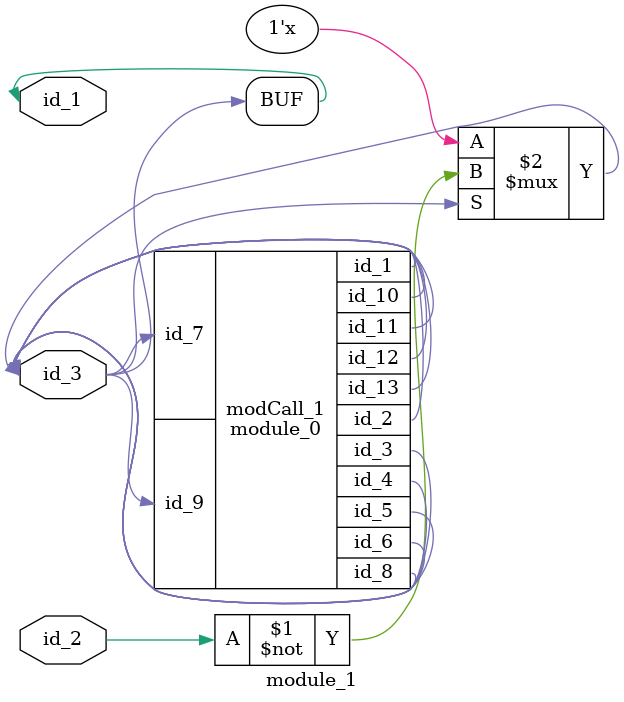
<source format=v>
module module_0 (
    id_1,
    id_2,
    id_3,
    id_4,
    id_5,
    id_6,
    id_7,
    id_8,
    id_9,
    id_10,
    id_11,
    id_12,
    id_13
);
  inout wire id_13;
  inout wire id_12;
  inout wire id_11;
  inout wire id_10;
  input wire id_9;
  inout wire id_8;
  input wire id_7;
  output wire id_6;
  inout wire id_5;
  inout wire id_4;
  inout wire id_3;
  output wire id_2;
  output wire id_1;
  wire id_14;
  ;
endmodule
module module_1 (
    id_1,
    id_2,
    id_3
);
  input wire id_3;
  notif0 primCall (id_1, id_2, id_3);
  input wire id_2;
  inout wire id_1;
  module_0 modCall_1 (
      id_1,
      id_1,
      id_1,
      id_1,
      id_1,
      id_1,
      id_3,
      id_1,
      id_3,
      id_1,
      id_1,
      id_1,
      id_1
  );
  assign id_1 = id_3;
endmodule

</source>
